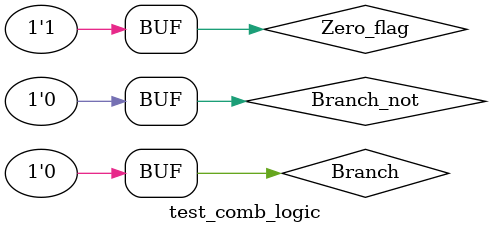
<source format=v>
`timescale 1ns / 1ps
module test_comb_logic;

reg Branch;
reg Zero_flag;
reg Branch_not;
wire M7;

comb_logic cmb (
    .Branch (Branch),
    .Zero_flag (Zero_flag),
    .Branch_not (Branch_not),
    .M7 (M7)
);

initial 

begin

#0 Branch=0;
#0 Zero_flag=0;
#0 Branch_not=0;
#5 Branch=1;
#5 Zero_flag=1;
#5 Branch=0;
#0 Branch_not=1;
#5 Zero_flag=0;
#5 Zero_flag=1;
#0 Branch=0;
#0 Branch_not=0;

end

endmodule

</source>
